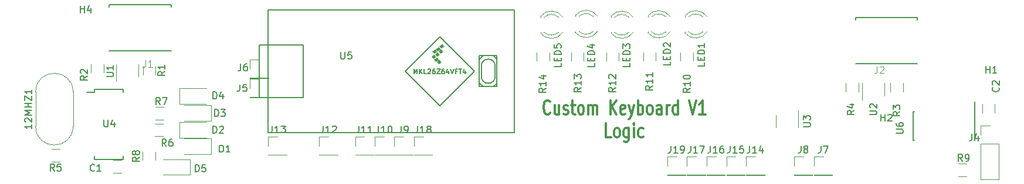
<source format=gto>
G04 #@! TF.GenerationSoftware,KiCad,Pcbnew,5.0.2+dfsg1-1*
G04 #@! TF.CreationDate,2021-01-13T15:08:11+01:00*
G04 #@! TF.ProjectId,ErgoDOX,4572676f-444f-4582-9e6b-696361645f70,rev?*
G04 #@! TF.SameCoordinates,Original*
G04 #@! TF.FileFunction,Legend,Top*
G04 #@! TF.FilePolarity,Positive*
%FSLAX46Y46*%
G04 Gerber Fmt 4.6, Leading zero omitted, Abs format (unit mm)*
G04 Created by KiCad (PCBNEW 5.0.2+dfsg1-1) date Wed 13 Jan 2021 03:08:11 PM CET*
%MOMM*%
%LPD*%
G01*
G04 APERTURE LIST*
%ADD10C,0.304800*%
%ADD11C,0.120000*%
%ADD12C,0.200000*%
%ADD13C,0.150000*%
%ADD14C,0.100000*%
%ADD15C,0.015000*%
G04 APERTURE END LIST*
D10*
X139576628Y-48985714D02*
X139504057Y-49082476D01*
X139286342Y-49179238D01*
X139141200Y-49179238D01*
X138923485Y-49082476D01*
X138778342Y-48888952D01*
X138705771Y-48695428D01*
X138633200Y-48308380D01*
X138633200Y-48018095D01*
X138705771Y-47631047D01*
X138778342Y-47437523D01*
X138923485Y-47244000D01*
X139141200Y-47147238D01*
X139286342Y-47147238D01*
X139504057Y-47244000D01*
X139576628Y-47340761D01*
X140882914Y-47824571D02*
X140882914Y-49179238D01*
X140229771Y-47824571D02*
X140229771Y-48888952D01*
X140302342Y-49082476D01*
X140447485Y-49179238D01*
X140665200Y-49179238D01*
X140810342Y-49082476D01*
X140882914Y-48985714D01*
X141536057Y-49082476D02*
X141681200Y-49179238D01*
X141971485Y-49179238D01*
X142116628Y-49082476D01*
X142189200Y-48888952D01*
X142189200Y-48792190D01*
X142116628Y-48598666D01*
X141971485Y-48501904D01*
X141753771Y-48501904D01*
X141608628Y-48405142D01*
X141536057Y-48211619D01*
X141536057Y-48114857D01*
X141608628Y-47921333D01*
X141753771Y-47824571D01*
X141971485Y-47824571D01*
X142116628Y-47921333D01*
X142624628Y-47824571D02*
X143205200Y-47824571D01*
X142842342Y-47147238D02*
X142842342Y-48888952D01*
X142914914Y-49082476D01*
X143060057Y-49179238D01*
X143205200Y-49179238D01*
X143930914Y-49179238D02*
X143785771Y-49082476D01*
X143713200Y-48985714D01*
X143640628Y-48792190D01*
X143640628Y-48211619D01*
X143713200Y-48018095D01*
X143785771Y-47921333D01*
X143930914Y-47824571D01*
X144148628Y-47824571D01*
X144293771Y-47921333D01*
X144366342Y-48018095D01*
X144438914Y-48211619D01*
X144438914Y-48792190D01*
X144366342Y-48985714D01*
X144293771Y-49082476D01*
X144148628Y-49179238D01*
X143930914Y-49179238D01*
X145092057Y-49179238D02*
X145092057Y-47824571D01*
X145092057Y-48018095D02*
X145164628Y-47921333D01*
X145309771Y-47824571D01*
X145527485Y-47824571D01*
X145672628Y-47921333D01*
X145745200Y-48114857D01*
X145745200Y-49179238D01*
X145745200Y-48114857D02*
X145817771Y-47921333D01*
X145962914Y-47824571D01*
X146180628Y-47824571D01*
X146325771Y-47921333D01*
X146398342Y-48114857D01*
X146398342Y-49179238D01*
X148285200Y-49179238D02*
X148285200Y-47147238D01*
X149156057Y-49179238D02*
X148502914Y-48018095D01*
X149156057Y-47147238D02*
X148285200Y-48308380D01*
X150389771Y-49082476D02*
X150244628Y-49179238D01*
X149954342Y-49179238D01*
X149809200Y-49082476D01*
X149736628Y-48888952D01*
X149736628Y-48114857D01*
X149809200Y-47921333D01*
X149954342Y-47824571D01*
X150244628Y-47824571D01*
X150389771Y-47921333D01*
X150462342Y-48114857D01*
X150462342Y-48308380D01*
X149736628Y-48501904D01*
X150970342Y-47824571D02*
X151333200Y-49179238D01*
X151696057Y-47824571D02*
X151333200Y-49179238D01*
X151188057Y-49663047D01*
X151115485Y-49759809D01*
X150970342Y-49856571D01*
X152276628Y-49179238D02*
X152276628Y-47147238D01*
X152276628Y-47921333D02*
X152421771Y-47824571D01*
X152712057Y-47824571D01*
X152857200Y-47921333D01*
X152929771Y-48018095D01*
X153002342Y-48211619D01*
X153002342Y-48792190D01*
X152929771Y-48985714D01*
X152857200Y-49082476D01*
X152712057Y-49179238D01*
X152421771Y-49179238D01*
X152276628Y-49082476D01*
X153873200Y-49179238D02*
X153728057Y-49082476D01*
X153655485Y-48985714D01*
X153582914Y-48792190D01*
X153582914Y-48211619D01*
X153655485Y-48018095D01*
X153728057Y-47921333D01*
X153873200Y-47824571D01*
X154090914Y-47824571D01*
X154236057Y-47921333D01*
X154308628Y-48018095D01*
X154381200Y-48211619D01*
X154381200Y-48792190D01*
X154308628Y-48985714D01*
X154236057Y-49082476D01*
X154090914Y-49179238D01*
X153873200Y-49179238D01*
X155687485Y-49179238D02*
X155687485Y-48114857D01*
X155614914Y-47921333D01*
X155469771Y-47824571D01*
X155179485Y-47824571D01*
X155034342Y-47921333D01*
X155687485Y-49082476D02*
X155542342Y-49179238D01*
X155179485Y-49179238D01*
X155034342Y-49082476D01*
X154961771Y-48888952D01*
X154961771Y-48695428D01*
X155034342Y-48501904D01*
X155179485Y-48405142D01*
X155542342Y-48405142D01*
X155687485Y-48308380D01*
X156413200Y-49179238D02*
X156413200Y-47824571D01*
X156413200Y-48211619D02*
X156485771Y-48018095D01*
X156558342Y-47921333D01*
X156703485Y-47824571D01*
X156848628Y-47824571D01*
X158009771Y-49179238D02*
X158009771Y-47147238D01*
X158009771Y-49082476D02*
X157864628Y-49179238D01*
X157574342Y-49179238D01*
X157429200Y-49082476D01*
X157356628Y-48985714D01*
X157284057Y-48792190D01*
X157284057Y-48211619D01*
X157356628Y-48018095D01*
X157429200Y-47921333D01*
X157574342Y-47824571D01*
X157864628Y-47824571D01*
X158009771Y-47921333D01*
X159678914Y-47147238D02*
X160186914Y-49179238D01*
X160694914Y-47147238D01*
X162001200Y-49179238D02*
X161130342Y-49179238D01*
X161565771Y-49179238D02*
X161565771Y-47147238D01*
X161420628Y-47437523D01*
X161275485Y-47631047D01*
X161130342Y-47727809D01*
X148394057Y-52532038D02*
X147668342Y-52532038D01*
X147668342Y-50500038D01*
X149119771Y-52532038D02*
X148974628Y-52435276D01*
X148902057Y-52338514D01*
X148829485Y-52144990D01*
X148829485Y-51564419D01*
X148902057Y-51370895D01*
X148974628Y-51274133D01*
X149119771Y-51177371D01*
X149337485Y-51177371D01*
X149482628Y-51274133D01*
X149555200Y-51370895D01*
X149627771Y-51564419D01*
X149627771Y-52144990D01*
X149555200Y-52338514D01*
X149482628Y-52435276D01*
X149337485Y-52532038D01*
X149119771Y-52532038D01*
X150934057Y-51177371D02*
X150934057Y-52822323D01*
X150861485Y-53015847D01*
X150788914Y-53112609D01*
X150643771Y-53209371D01*
X150426057Y-53209371D01*
X150280914Y-53112609D01*
X150934057Y-52435276D02*
X150788914Y-52532038D01*
X150498628Y-52532038D01*
X150353485Y-52435276D01*
X150280914Y-52338514D01*
X150208342Y-52144990D01*
X150208342Y-51564419D01*
X150280914Y-51370895D01*
X150353485Y-51274133D01*
X150498628Y-51177371D01*
X150788914Y-51177371D01*
X150934057Y-51274133D01*
X151659771Y-52532038D02*
X151659771Y-51177371D01*
X151659771Y-50500038D02*
X151587200Y-50596800D01*
X151659771Y-50693561D01*
X151732342Y-50596800D01*
X151659771Y-50500038D01*
X151659771Y-50693561D01*
X153038628Y-52435276D02*
X152893485Y-52532038D01*
X152603200Y-52532038D01*
X152458057Y-52435276D01*
X152385485Y-52338514D01*
X152312914Y-52144990D01*
X152312914Y-51564419D01*
X152385485Y-51370895D01*
X152458057Y-51274133D01*
X152603200Y-51177371D01*
X152893485Y-51177371D01*
X153038628Y-51274133D01*
D11*
G04 #@! TO.C,J7*
X177689200Y-57972000D02*
X180349200Y-57972000D01*
X177689200Y-57912000D02*
X177689200Y-57972000D01*
X180349200Y-57912000D02*
X180349200Y-57972000D01*
X177689200Y-57912000D02*
X180349200Y-57912000D01*
X177689200Y-56642000D02*
X177689200Y-55312000D01*
X177689200Y-55312000D02*
X179019200Y-55312000D01*
G04 #@! TO.C,J8*
X174793600Y-55312000D02*
X176123600Y-55312000D01*
X174793600Y-56642000D02*
X174793600Y-55312000D01*
X174793600Y-57912000D02*
X177453600Y-57912000D01*
X177453600Y-57912000D02*
X177453600Y-57972000D01*
X174793600Y-57912000D02*
X174793600Y-57972000D01*
X174793600Y-57972000D02*
X177453600Y-57972000D01*
G04 #@! TO.C,J9*
X117084800Y-55076400D02*
X119744800Y-55076400D01*
X117084800Y-55016400D02*
X117084800Y-55076400D01*
X119744800Y-55016400D02*
X119744800Y-55076400D01*
X117084800Y-55016400D02*
X119744800Y-55016400D01*
X117084800Y-53746400D02*
X117084800Y-52416400D01*
X117084800Y-52416400D02*
X118414800Y-52416400D01*
G04 #@! TO.C,J19*
X156505600Y-55312000D02*
X157835600Y-55312000D01*
X156505600Y-56642000D02*
X156505600Y-55312000D01*
X156505600Y-57912000D02*
X159165600Y-57912000D01*
X159165600Y-57912000D02*
X159165600Y-57972000D01*
X156505600Y-57912000D02*
X156505600Y-57972000D01*
X156505600Y-57972000D02*
X159165600Y-57972000D01*
G04 #@! TO.C,J11*
X111446000Y-55076400D02*
X114106000Y-55076400D01*
X111446000Y-55016400D02*
X111446000Y-55076400D01*
X114106000Y-55016400D02*
X114106000Y-55076400D01*
X111446000Y-55016400D02*
X114106000Y-55016400D01*
X111446000Y-53746400D02*
X111446000Y-52416400D01*
X111446000Y-52416400D02*
X112776000Y-52416400D01*
G04 #@! TO.C,J12*
X106264400Y-52416400D02*
X107594400Y-52416400D01*
X106264400Y-53746400D02*
X106264400Y-52416400D01*
X106264400Y-55016400D02*
X108924400Y-55016400D01*
X108924400Y-55016400D02*
X108924400Y-55076400D01*
X106264400Y-55016400D02*
X106264400Y-55076400D01*
X106264400Y-55076400D02*
X108924400Y-55076400D01*
G04 #@! TO.C,J13*
X98898400Y-55076400D02*
X101558400Y-55076400D01*
X98898400Y-55016400D02*
X98898400Y-55076400D01*
X101558400Y-55016400D02*
X101558400Y-55076400D01*
X98898400Y-55016400D02*
X101558400Y-55016400D01*
X98898400Y-53746400D02*
X98898400Y-52416400D01*
X98898400Y-52416400D02*
X100228400Y-52416400D01*
G04 #@! TO.C,J14*
X167884800Y-55312000D02*
X169214800Y-55312000D01*
X167884800Y-56642000D02*
X167884800Y-55312000D01*
X167884800Y-57912000D02*
X170544800Y-57912000D01*
X170544800Y-57912000D02*
X170544800Y-57972000D01*
X167884800Y-57912000D02*
X167884800Y-57972000D01*
X167884800Y-57972000D02*
X170544800Y-57972000D01*
G04 #@! TO.C,J15*
X165040000Y-57972000D02*
X167700000Y-57972000D01*
X165040000Y-57912000D02*
X165040000Y-57972000D01*
X167700000Y-57912000D02*
X167700000Y-57972000D01*
X165040000Y-57912000D02*
X167700000Y-57912000D01*
X165040000Y-56642000D02*
X165040000Y-55312000D01*
X165040000Y-55312000D02*
X166370000Y-55312000D01*
G04 #@! TO.C,J16*
X162195200Y-55312000D02*
X163525200Y-55312000D01*
X162195200Y-56642000D02*
X162195200Y-55312000D01*
X162195200Y-57912000D02*
X164855200Y-57912000D01*
X164855200Y-57912000D02*
X164855200Y-57972000D01*
X162195200Y-57912000D02*
X162195200Y-57972000D01*
X162195200Y-57972000D02*
X164855200Y-57972000D01*
G04 #@! TO.C,J17*
X159350400Y-57972000D02*
X162010400Y-57972000D01*
X159350400Y-57912000D02*
X159350400Y-57972000D01*
X162010400Y-57912000D02*
X162010400Y-57972000D01*
X159350400Y-57912000D02*
X162010400Y-57912000D01*
X159350400Y-56642000D02*
X159350400Y-55312000D01*
X159350400Y-55312000D02*
X160680400Y-55312000D01*
G04 #@! TO.C,J18*
X119929600Y-52416400D02*
X121259600Y-52416400D01*
X119929600Y-53746400D02*
X119929600Y-52416400D01*
X119929600Y-55016400D02*
X122589600Y-55016400D01*
X122589600Y-55016400D02*
X122589600Y-55076400D01*
X119929600Y-55016400D02*
X119929600Y-55076400D01*
X119929600Y-55076400D02*
X122589600Y-55076400D01*
G04 #@! TO.C,J10*
X114290800Y-55076400D02*
X116950800Y-55076400D01*
X114290800Y-55016400D02*
X114290800Y-55076400D01*
X116950800Y-55016400D02*
X116950800Y-55076400D01*
X114290800Y-55016400D02*
X116950800Y-55016400D01*
X114290800Y-53746400D02*
X114290800Y-52416400D01*
X114290800Y-52416400D02*
X115620800Y-52416400D01*
D12*
G04 #@! TO.C,J2*
X183662800Y-35161400D02*
X183662800Y-35511400D01*
X192612800Y-35161400D02*
X183662800Y-35161400D01*
X192612800Y-35511400D02*
X192612800Y-35161400D01*
X192612800Y-41821400D02*
X183662800Y-41821400D01*
D13*
G04 #@! TO.C,U5*
X129899500Y-45176000D02*
X129399500Y-44676000D01*
X129349500Y-45176000D02*
X129899500Y-45176000D01*
X131899500Y-44676000D02*
X131399500Y-45176000D01*
X129399500Y-41176000D02*
X129899500Y-40676000D01*
X131399500Y-40676000D02*
X129899500Y-40676000D01*
X131899500Y-41176000D02*
X131399500Y-40676000D01*
X131649500Y-43676000D02*
X131649500Y-42176000D01*
X129649500Y-42176000D02*
X129649500Y-43676000D01*
X123649500Y-47926000D02*
X128649500Y-42926000D01*
X118649500Y-42926000D02*
X123649500Y-47926000D01*
X123649500Y-37926000D02*
X118649500Y-42926000D01*
X128649500Y-42926000D02*
X123649500Y-37926000D01*
X98869500Y-46736000D02*
X97599500Y-46736000D01*
X97599500Y-46736000D02*
X97599500Y-39116000D01*
X97599500Y-39116000D02*
X98869500Y-39116000D01*
X103949500Y-46736000D02*
X103949500Y-39116000D01*
X103949500Y-39116000D02*
X98869500Y-39116000D01*
X103949500Y-46736000D02*
X98869500Y-46736000D01*
X131899500Y-40676000D02*
X131889500Y-45176000D01*
X131889500Y-45176000D02*
X129349500Y-45176000D01*
X129349500Y-45176000D02*
X129349500Y-40676000D01*
X129349500Y-40676000D02*
X131889500Y-40676000D01*
X98869500Y-34036000D02*
X134429500Y-34036000D01*
X134429500Y-34036000D02*
X134429500Y-51816000D01*
X134429500Y-51816000D02*
X98869500Y-51816000D01*
X98869500Y-51816000D02*
X98869500Y-34036000D01*
D14*
G36*
X122836500Y-40347000D02*
X122582500Y-40093000D01*
X122963500Y-39839000D01*
X123217500Y-40093000D01*
X122836500Y-40347000D01*
G37*
X122836500Y-40347000D02*
X122582500Y-40093000D01*
X122963500Y-39839000D01*
X123217500Y-40093000D01*
X122836500Y-40347000D01*
G36*
X123217500Y-40728000D02*
X122963500Y-40474000D01*
X123344500Y-40220000D01*
X123598500Y-40474000D01*
X123217500Y-40728000D01*
G37*
X123217500Y-40728000D02*
X122963500Y-40474000D01*
X123344500Y-40220000D01*
X123598500Y-40474000D01*
X123217500Y-40728000D01*
G36*
X123852500Y-39585000D02*
X123598500Y-39331000D01*
X123979500Y-39077000D01*
X124233500Y-39331000D01*
X123852500Y-39585000D01*
G37*
X123852500Y-39585000D02*
X123598500Y-39331000D01*
X123979500Y-39077000D01*
X124233500Y-39331000D01*
X123852500Y-39585000D01*
G36*
X123090500Y-41490000D02*
X122836500Y-41236000D01*
X123217500Y-40982000D01*
X123471500Y-41236000D01*
X123090500Y-41490000D01*
G37*
X123090500Y-41490000D02*
X122836500Y-41236000D01*
X123217500Y-40982000D01*
X123471500Y-41236000D01*
X123090500Y-41490000D01*
G36*
X123344500Y-39966000D02*
X123090500Y-39712000D01*
X123471500Y-39458000D01*
X123725500Y-39712000D01*
X123344500Y-39966000D01*
G37*
X123344500Y-39966000D02*
X123090500Y-39712000D01*
X123471500Y-39458000D01*
X123725500Y-39712000D01*
X123344500Y-39966000D01*
G36*
X123471500Y-41871000D02*
X123217500Y-41617000D01*
X123598500Y-41363000D01*
X123852500Y-41617000D01*
X123471500Y-41871000D01*
G37*
X123471500Y-41871000D02*
X123217500Y-41617000D01*
X123598500Y-41363000D01*
X123852500Y-41617000D01*
X123471500Y-41871000D01*
G36*
X122709500Y-41109000D02*
X122455500Y-40855000D01*
X122836500Y-40601000D01*
X123090500Y-40855000D01*
X122709500Y-41109000D01*
G37*
X122709500Y-41109000D02*
X122455500Y-40855000D01*
X122836500Y-40601000D01*
X123090500Y-40855000D01*
X122709500Y-41109000D01*
G36*
X123725500Y-40347000D02*
X123471500Y-40093000D01*
X123852500Y-39839000D01*
X124106500Y-40093000D01*
X123725500Y-40347000D01*
G37*
X123725500Y-40347000D02*
X123471500Y-40093000D01*
X123852500Y-39839000D01*
X124106500Y-40093000D01*
X123725500Y-40347000D01*
D13*
X129649500Y-42176000D02*
G75*
G02X131649500Y-42176000I1000000J0D01*
G01*
X131649500Y-43676000D02*
G75*
G02X129649500Y-43676000I-1000000J0D01*
G01*
D11*
G04 #@! TO.C,J5*
X96269500Y-44072500D02*
X97599500Y-44072500D01*
X96269500Y-45402500D02*
X96269500Y-44072500D01*
X96269500Y-46672500D02*
X98929500Y-46672500D01*
X98929500Y-46672500D02*
X98929500Y-46732500D01*
X96269500Y-46672500D02*
X96269500Y-46732500D01*
X96269500Y-46732500D02*
X98929500Y-46732500D01*
G04 #@! TO.C,J6*
X96269500Y-43938500D02*
X98929500Y-43938500D01*
X96269500Y-43878500D02*
X96269500Y-43938500D01*
X98929500Y-43878500D02*
X98929500Y-43938500D01*
X96269500Y-43878500D02*
X98929500Y-43878500D01*
X96269500Y-42608500D02*
X96269500Y-41278500D01*
X96269500Y-41278500D02*
X97599500Y-41278500D01*
G04 #@! TO.C,C1*
X77688064Y-55833600D02*
X76483936Y-55833600D01*
X77688064Y-57653600D02*
X76483936Y-57653600D01*
G04 #@! TO.C,C2*
X201985200Y-48912864D02*
X201985200Y-47708736D01*
X203805200Y-48912864D02*
X203805200Y-47708736D01*
G04 #@! TO.C,J4*
X201717600Y-58581600D02*
X204377600Y-58581600D01*
X201717600Y-53441600D02*
X201717600Y-58581600D01*
X204377600Y-53441600D02*
X204377600Y-58581600D01*
X201717600Y-53441600D02*
X204377600Y-53441600D01*
X201717600Y-52171600D02*
X201717600Y-50841600D01*
X201717600Y-50841600D02*
X203047600Y-50841600D01*
G04 #@! TO.C,12MHZ1*
X65312928Y-50925038D02*
X65312928Y-45925038D01*
X70712928Y-50925038D02*
X70712928Y-45925038D01*
X70712928Y-50925038D02*
G75*
G02X65312928Y-50925038I-2700000J0D01*
G01*
X70712928Y-45925038D02*
G75*
G03X65312928Y-45925038I-2700000J0D01*
G01*
G04 #@! TO.C,D1*
X86796428Y-54981038D02*
X90681428Y-54981038D01*
X90681428Y-54981038D02*
X90681428Y-52711038D01*
X90681428Y-52711038D02*
X86796428Y-52711038D01*
G04 #@! TO.C,D2*
X86111428Y-52568038D02*
X89996428Y-52568038D01*
X86111428Y-50298038D02*
X86111428Y-52568038D01*
X89996428Y-50298038D02*
X86111428Y-50298038D01*
G04 #@! TO.C,D3*
X86796428Y-50155038D02*
X90681428Y-50155038D01*
X90681428Y-50155038D02*
X90681428Y-47885038D01*
X90681428Y-47885038D02*
X86796428Y-47885038D01*
G04 #@! TO.C,D4*
X86111428Y-47678538D02*
X89996428Y-47678538D01*
X86111428Y-45408538D02*
X86111428Y-47678538D01*
X89996428Y-45408538D02*
X86111428Y-45408538D01*
G04 #@! TO.C,D5*
X83748428Y-57965538D02*
X87633428Y-57965538D01*
X87633428Y-57965538D02*
X87633428Y-55695538D01*
X87633428Y-55695538D02*
X83748428Y-55695538D01*
G04 #@! TO.C,LED4*
X146452335Y-34989392D02*
G75*
G03X143220000Y-34832484I-1672335J-1078608D01*
G01*
X146452335Y-37146608D02*
G75*
G02X143220000Y-37303516I-1672335J1078608D01*
G01*
X145821130Y-34988163D02*
G75*
G03X143739039Y-34988000I-1041130J-1079837D01*
G01*
X145821130Y-37147837D02*
G75*
G02X143739039Y-37148000I-1041130J1079837D01*
G01*
X143220000Y-34832000D02*
X143220000Y-34988000D01*
X143220000Y-37148000D02*
X143220000Y-37304000D01*
G04 #@! TO.C,LED1*
X159031500Y-37211500D02*
X159031500Y-37367500D01*
X159031500Y-34895500D02*
X159031500Y-35051500D01*
X161632630Y-37211337D02*
G75*
G02X159550539Y-37211500I-1041130J1079837D01*
G01*
X161632630Y-35051663D02*
G75*
G03X159550539Y-35051500I-1041130J-1079837D01*
G01*
X162263835Y-37210108D02*
G75*
G02X159031500Y-37367016I-1672335J1078608D01*
G01*
X162263835Y-35052892D02*
G75*
G03X159031500Y-34895984I-1672335J-1078608D01*
G01*
G04 #@! TO.C,LED3*
X151595835Y-35116392D02*
G75*
G03X148363500Y-34959484I-1672335J-1078608D01*
G01*
X151595835Y-37273608D02*
G75*
G02X148363500Y-37430516I-1672335J1078608D01*
G01*
X150964630Y-35115163D02*
G75*
G03X148882539Y-35115000I-1041130J-1079837D01*
G01*
X150964630Y-37274837D02*
G75*
G02X148882539Y-37275000I-1041130J1079837D01*
G01*
X148363500Y-34959000D02*
X148363500Y-35115000D01*
X148363500Y-37275000D02*
X148363500Y-37431000D01*
G04 #@! TO.C,LED5*
X138203500Y-37275000D02*
X138203500Y-37431000D01*
X138203500Y-34959000D02*
X138203500Y-35115000D01*
X140804630Y-37274837D02*
G75*
G02X138722539Y-37275000I-1041130J1079837D01*
G01*
X140804630Y-35115163D02*
G75*
G03X138722539Y-35115000I-1041130J-1079837D01*
G01*
X141435835Y-37273608D02*
G75*
G02X138203500Y-37430516I-1672335J1078608D01*
G01*
X141435835Y-35116392D02*
G75*
G03X138203500Y-34959484I-1672335J-1078608D01*
G01*
G04 #@! TO.C,LED2*
X156929835Y-35052892D02*
G75*
G03X153697500Y-34895984I-1672335J-1078608D01*
G01*
X156929835Y-37210108D02*
G75*
G02X153697500Y-37367016I-1672335J1078608D01*
G01*
X156298630Y-35051663D02*
G75*
G03X154216539Y-35051500I-1041130J-1079837D01*
G01*
X156298630Y-37211337D02*
G75*
G02X154216539Y-37211500I-1041130J1079837D01*
G01*
X153697500Y-34895500D02*
X153697500Y-35051500D01*
X153697500Y-37211500D02*
X153697500Y-37367500D01*
D13*
G04 #@! TO.C,U6*
X200926114Y-48753955D02*
X200901114Y-48753955D01*
X200926114Y-52903955D02*
X200811114Y-52903955D01*
X192026114Y-52903955D02*
X192141114Y-52903955D01*
X192026114Y-48753955D02*
X192141114Y-48753955D01*
X200926114Y-48753955D02*
X200926114Y-52903955D01*
X192026114Y-48753955D02*
X192026114Y-52903955D01*
X200901114Y-48753955D02*
X200901114Y-47378955D01*
G04 #@! TO.C,U4*
X73811928Y-45527538D02*
X73811928Y-46007538D01*
X77961928Y-45527538D02*
X77961928Y-46007538D01*
X77961928Y-55687538D02*
X77961928Y-55207538D01*
X73811928Y-55687538D02*
X73811928Y-55207538D01*
X73811928Y-45527538D02*
X77961928Y-45527538D01*
X73811928Y-55687538D02*
X77961928Y-55687538D01*
X73811928Y-46007538D02*
X72686928Y-46007538D01*
D11*
G04 #@! TO.C,U1*
X80146800Y-43711700D02*
X80146800Y-41911700D01*
X76926800Y-41911700D02*
X76926800Y-44361700D01*
G04 #@! TO.C,U2*
X184622800Y-44667600D02*
X184622800Y-47117600D01*
X187842800Y-46467600D02*
X187842800Y-44667600D01*
G04 #@! TO.C,U3*
X172176800Y-49290400D02*
X172176800Y-51090400D01*
X175396800Y-51090400D02*
X175396800Y-48640400D01*
G04 #@! TO.C,R6*
X83727992Y-50523038D02*
X82523864Y-50523038D01*
X83727992Y-52343038D02*
X82523864Y-52343038D01*
G04 #@! TO.C,R1*
X82621800Y-42209636D02*
X82621800Y-43413764D01*
X80801800Y-42209636D02*
X80801800Y-43413764D01*
G04 #@! TO.C,R8*
X82575428Y-55845102D02*
X82575428Y-54640974D01*
X80755428Y-55845102D02*
X80755428Y-54640974D01*
G04 #@! TO.C,R2*
X75128800Y-41892136D02*
X75128800Y-43096264D01*
X73308800Y-41892136D02*
X73308800Y-43096264D01*
G04 #@! TO.C,R3*
X188726400Y-44660736D02*
X188726400Y-45864864D01*
X190546400Y-44660736D02*
X190546400Y-45864864D01*
G04 #@! TO.C,R4*
X184094800Y-44660736D02*
X184094800Y-45864864D01*
X182274800Y-44660736D02*
X182274800Y-45864864D01*
G04 #@! TO.C,R5*
X68805492Y-54206038D02*
X67601364Y-54206038D01*
X68805492Y-56026038D02*
X67601364Y-56026038D01*
G04 #@! TO.C,R7*
X83791492Y-49930038D02*
X82587364Y-49930038D01*
X83791492Y-48110038D02*
X82587364Y-48110038D01*
G04 #@! TO.C,R9*
X199738064Y-56341600D02*
X198533936Y-56341600D01*
X199738064Y-58161600D02*
X198533936Y-58161600D01*
G04 #@! TO.C,R10*
X158411500Y-41432564D02*
X158411500Y-40228436D01*
X160231500Y-41432564D02*
X160231500Y-40228436D01*
G04 #@! TO.C,R11*
X154834000Y-41432564D02*
X154834000Y-40228436D01*
X153014000Y-41432564D02*
X153014000Y-40228436D01*
G04 #@! TO.C,R12*
X147680000Y-41432564D02*
X147680000Y-40228436D01*
X149500000Y-41432564D02*
X149500000Y-40228436D01*
G04 #@! TO.C,R14*
X139467000Y-41432564D02*
X139467000Y-40228436D01*
X137647000Y-41432564D02*
X137647000Y-40228436D01*
G04 #@! TO.C,R13*
X142600000Y-41432564D02*
X142600000Y-40228436D01*
X144420000Y-41432564D02*
X144420000Y-40228436D01*
D12*
G04 #@! TO.C,J1*
X84853300Y-39967200D02*
X75903300Y-39967200D01*
X84853300Y-33657200D02*
X84853300Y-33307200D01*
X84853300Y-33307200D02*
X75903300Y-33307200D01*
X75903300Y-33307200D02*
X75903300Y-33657200D01*
G04 #@! TO.C,J7*
D13*
X178685866Y-53764380D02*
X178685866Y-54478666D01*
X178638247Y-54621523D01*
X178543009Y-54716761D01*
X178400152Y-54764380D01*
X178304914Y-54764380D01*
X179066819Y-53764380D02*
X179733485Y-53764380D01*
X179304914Y-54764380D01*
G04 #@! TO.C,J8*
X175790266Y-53764380D02*
X175790266Y-54478666D01*
X175742647Y-54621523D01*
X175647409Y-54716761D01*
X175504552Y-54764380D01*
X175409314Y-54764380D01*
X176409314Y-54192952D02*
X176314076Y-54145333D01*
X176266457Y-54097714D01*
X176218838Y-54002476D01*
X176218838Y-53954857D01*
X176266457Y-53859619D01*
X176314076Y-53812000D01*
X176409314Y-53764380D01*
X176599790Y-53764380D01*
X176695028Y-53812000D01*
X176742647Y-53859619D01*
X176790266Y-53954857D01*
X176790266Y-54002476D01*
X176742647Y-54097714D01*
X176695028Y-54145333D01*
X176599790Y-54192952D01*
X176409314Y-54192952D01*
X176314076Y-54240571D01*
X176266457Y-54288190D01*
X176218838Y-54383428D01*
X176218838Y-54573904D01*
X176266457Y-54669142D01*
X176314076Y-54716761D01*
X176409314Y-54764380D01*
X176599790Y-54764380D01*
X176695028Y-54716761D01*
X176742647Y-54669142D01*
X176790266Y-54573904D01*
X176790266Y-54383428D01*
X176742647Y-54288190D01*
X176695028Y-54240571D01*
X176599790Y-54192952D01*
G04 #@! TO.C,J9*
X118081466Y-50868780D02*
X118081466Y-51583066D01*
X118033847Y-51725923D01*
X117938609Y-51821161D01*
X117795752Y-51868780D01*
X117700514Y-51868780D01*
X118605276Y-51868780D02*
X118795752Y-51868780D01*
X118890990Y-51821161D01*
X118938609Y-51773542D01*
X119033847Y-51630685D01*
X119081466Y-51440209D01*
X119081466Y-51059257D01*
X119033847Y-50964019D01*
X118986228Y-50916400D01*
X118890990Y-50868780D01*
X118700514Y-50868780D01*
X118605276Y-50916400D01*
X118557657Y-50964019D01*
X118510038Y-51059257D01*
X118510038Y-51297352D01*
X118557657Y-51392590D01*
X118605276Y-51440209D01*
X118700514Y-51487828D01*
X118890990Y-51487828D01*
X118986228Y-51440209D01*
X119033847Y-51392590D01*
X119081466Y-51297352D01*
G04 #@! TO.C,J19*
X157026076Y-53764380D02*
X157026076Y-54478666D01*
X156978457Y-54621523D01*
X156883219Y-54716761D01*
X156740361Y-54764380D01*
X156645123Y-54764380D01*
X158026076Y-54764380D02*
X157454647Y-54764380D01*
X157740361Y-54764380D02*
X157740361Y-53764380D01*
X157645123Y-53907238D01*
X157549885Y-54002476D01*
X157454647Y-54050095D01*
X158502266Y-54764380D02*
X158692742Y-54764380D01*
X158787980Y-54716761D01*
X158835600Y-54669142D01*
X158930838Y-54526285D01*
X158978457Y-54335809D01*
X158978457Y-53954857D01*
X158930838Y-53859619D01*
X158883219Y-53812000D01*
X158787980Y-53764380D01*
X158597504Y-53764380D01*
X158502266Y-53812000D01*
X158454647Y-53859619D01*
X158407028Y-53954857D01*
X158407028Y-54192952D01*
X158454647Y-54288190D01*
X158502266Y-54335809D01*
X158597504Y-54383428D01*
X158787980Y-54383428D01*
X158883219Y-54335809D01*
X158930838Y-54288190D01*
X158978457Y-54192952D01*
G04 #@! TO.C,J11*
X111966476Y-50868780D02*
X111966476Y-51583066D01*
X111918857Y-51725923D01*
X111823619Y-51821161D01*
X111680761Y-51868780D01*
X111585523Y-51868780D01*
X112966476Y-51868780D02*
X112395047Y-51868780D01*
X112680761Y-51868780D02*
X112680761Y-50868780D01*
X112585523Y-51011638D01*
X112490285Y-51106876D01*
X112395047Y-51154495D01*
X113918857Y-51868780D02*
X113347428Y-51868780D01*
X113633142Y-51868780D02*
X113633142Y-50868780D01*
X113537904Y-51011638D01*
X113442666Y-51106876D01*
X113347428Y-51154495D01*
G04 #@! TO.C,J12*
X106784876Y-50868780D02*
X106784876Y-51583066D01*
X106737257Y-51725923D01*
X106642019Y-51821161D01*
X106499161Y-51868780D01*
X106403923Y-51868780D01*
X107784876Y-51868780D02*
X107213447Y-51868780D01*
X107499161Y-51868780D02*
X107499161Y-50868780D01*
X107403923Y-51011638D01*
X107308685Y-51106876D01*
X107213447Y-51154495D01*
X108165828Y-50964019D02*
X108213447Y-50916400D01*
X108308685Y-50868780D01*
X108546780Y-50868780D01*
X108642019Y-50916400D01*
X108689638Y-50964019D01*
X108737257Y-51059257D01*
X108737257Y-51154495D01*
X108689638Y-51297352D01*
X108118209Y-51868780D01*
X108737257Y-51868780D01*
G04 #@! TO.C,J13*
X99418876Y-50868780D02*
X99418876Y-51583066D01*
X99371257Y-51725923D01*
X99276019Y-51821161D01*
X99133161Y-51868780D01*
X99037923Y-51868780D01*
X100418876Y-51868780D02*
X99847447Y-51868780D01*
X100133161Y-51868780D02*
X100133161Y-50868780D01*
X100037923Y-51011638D01*
X99942685Y-51106876D01*
X99847447Y-51154495D01*
X100752209Y-50868780D02*
X101371257Y-50868780D01*
X101037923Y-51249733D01*
X101180780Y-51249733D01*
X101276019Y-51297352D01*
X101323638Y-51344971D01*
X101371257Y-51440209D01*
X101371257Y-51678304D01*
X101323638Y-51773542D01*
X101276019Y-51821161D01*
X101180780Y-51868780D01*
X100895066Y-51868780D01*
X100799828Y-51821161D01*
X100752209Y-51773542D01*
G04 #@! TO.C,J14*
X168405276Y-53764380D02*
X168405276Y-54478666D01*
X168357657Y-54621523D01*
X168262419Y-54716761D01*
X168119561Y-54764380D01*
X168024323Y-54764380D01*
X169405276Y-54764380D02*
X168833847Y-54764380D01*
X169119561Y-54764380D02*
X169119561Y-53764380D01*
X169024323Y-53907238D01*
X168929085Y-54002476D01*
X168833847Y-54050095D01*
X170262419Y-54097714D02*
X170262419Y-54764380D01*
X170024323Y-53716761D02*
X169786228Y-54431047D01*
X170405276Y-54431047D01*
G04 #@! TO.C,J15*
X165560476Y-53764380D02*
X165560476Y-54478666D01*
X165512857Y-54621523D01*
X165417619Y-54716761D01*
X165274761Y-54764380D01*
X165179523Y-54764380D01*
X166560476Y-54764380D02*
X165989047Y-54764380D01*
X166274761Y-54764380D02*
X166274761Y-53764380D01*
X166179523Y-53907238D01*
X166084285Y-54002476D01*
X165989047Y-54050095D01*
X167465238Y-53764380D02*
X166989047Y-53764380D01*
X166941428Y-54240571D01*
X166989047Y-54192952D01*
X167084285Y-54145333D01*
X167322380Y-54145333D01*
X167417619Y-54192952D01*
X167465238Y-54240571D01*
X167512857Y-54335809D01*
X167512857Y-54573904D01*
X167465238Y-54669142D01*
X167417619Y-54716761D01*
X167322380Y-54764380D01*
X167084285Y-54764380D01*
X166989047Y-54716761D01*
X166941428Y-54669142D01*
G04 #@! TO.C,J16*
X162715676Y-53764380D02*
X162715676Y-54478666D01*
X162668057Y-54621523D01*
X162572819Y-54716761D01*
X162429961Y-54764380D01*
X162334723Y-54764380D01*
X163715676Y-54764380D02*
X163144247Y-54764380D01*
X163429961Y-54764380D02*
X163429961Y-53764380D01*
X163334723Y-53907238D01*
X163239485Y-54002476D01*
X163144247Y-54050095D01*
X164572819Y-53764380D02*
X164382342Y-53764380D01*
X164287104Y-53812000D01*
X164239485Y-53859619D01*
X164144247Y-54002476D01*
X164096628Y-54192952D01*
X164096628Y-54573904D01*
X164144247Y-54669142D01*
X164191866Y-54716761D01*
X164287104Y-54764380D01*
X164477580Y-54764380D01*
X164572819Y-54716761D01*
X164620438Y-54669142D01*
X164668057Y-54573904D01*
X164668057Y-54335809D01*
X164620438Y-54240571D01*
X164572819Y-54192952D01*
X164477580Y-54145333D01*
X164287104Y-54145333D01*
X164191866Y-54192952D01*
X164144247Y-54240571D01*
X164096628Y-54335809D01*
G04 #@! TO.C,J17*
X159870876Y-53764380D02*
X159870876Y-54478666D01*
X159823257Y-54621523D01*
X159728019Y-54716761D01*
X159585161Y-54764380D01*
X159489923Y-54764380D01*
X160870876Y-54764380D02*
X160299447Y-54764380D01*
X160585161Y-54764380D02*
X160585161Y-53764380D01*
X160489923Y-53907238D01*
X160394685Y-54002476D01*
X160299447Y-54050095D01*
X161204209Y-53764380D02*
X161870876Y-53764380D01*
X161442304Y-54764380D01*
G04 #@! TO.C,J18*
X120450076Y-50868780D02*
X120450076Y-51583066D01*
X120402457Y-51725923D01*
X120307219Y-51821161D01*
X120164361Y-51868780D01*
X120069123Y-51868780D01*
X121450076Y-51868780D02*
X120878647Y-51868780D01*
X121164361Y-51868780D02*
X121164361Y-50868780D01*
X121069123Y-51011638D01*
X120973885Y-51106876D01*
X120878647Y-51154495D01*
X122021504Y-51297352D02*
X121926266Y-51249733D01*
X121878647Y-51202114D01*
X121831028Y-51106876D01*
X121831028Y-51059257D01*
X121878647Y-50964019D01*
X121926266Y-50916400D01*
X122021504Y-50868780D01*
X122211980Y-50868780D01*
X122307219Y-50916400D01*
X122354838Y-50964019D01*
X122402457Y-51059257D01*
X122402457Y-51106876D01*
X122354838Y-51202114D01*
X122307219Y-51249733D01*
X122211980Y-51297352D01*
X122021504Y-51297352D01*
X121926266Y-51344971D01*
X121878647Y-51392590D01*
X121831028Y-51487828D01*
X121831028Y-51678304D01*
X121878647Y-51773542D01*
X121926266Y-51821161D01*
X122021504Y-51868780D01*
X122211980Y-51868780D01*
X122307219Y-51821161D01*
X122354838Y-51773542D01*
X122402457Y-51678304D01*
X122402457Y-51487828D01*
X122354838Y-51392590D01*
X122307219Y-51344971D01*
X122211980Y-51297352D01*
G04 #@! TO.C,J10*
X114811276Y-50868780D02*
X114811276Y-51583066D01*
X114763657Y-51725923D01*
X114668419Y-51821161D01*
X114525561Y-51868780D01*
X114430323Y-51868780D01*
X115811276Y-51868780D02*
X115239847Y-51868780D01*
X115525561Y-51868780D02*
X115525561Y-50868780D01*
X115430323Y-51011638D01*
X115335085Y-51106876D01*
X115239847Y-51154495D01*
X116430323Y-50868780D02*
X116525561Y-50868780D01*
X116620800Y-50916400D01*
X116668419Y-50964019D01*
X116716038Y-51059257D01*
X116763657Y-51249733D01*
X116763657Y-51487828D01*
X116716038Y-51678304D01*
X116668419Y-51773542D01*
X116620800Y-51821161D01*
X116525561Y-51868780D01*
X116430323Y-51868780D01*
X116335085Y-51821161D01*
X116287466Y-51773542D01*
X116239847Y-51678304D01*
X116192228Y-51487828D01*
X116192228Y-51249733D01*
X116239847Y-51059257D01*
X116287466Y-50964019D01*
X116335085Y-50916400D01*
X116430323Y-50868780D01*
G04 #@! TO.C,J2*
D15*
X186763016Y-42225898D02*
X186763016Y-42940291D01*
X186715390Y-43083170D01*
X186620138Y-43178422D01*
X186477259Y-43226048D01*
X186382007Y-43226048D01*
X187191652Y-42321151D02*
X187239278Y-42273525D01*
X187334530Y-42225898D01*
X187572661Y-42225898D01*
X187667914Y-42273525D01*
X187715540Y-42321151D01*
X187763166Y-42416403D01*
X187763166Y-42511655D01*
X187715540Y-42654534D01*
X187144026Y-43226048D01*
X187763166Y-43226048D01*
G04 #@! TO.C,U5*
D13*
X109372495Y-40143180D02*
X109372495Y-40952704D01*
X109420114Y-41047942D01*
X109467733Y-41095561D01*
X109562971Y-41143180D01*
X109753447Y-41143180D01*
X109848685Y-41095561D01*
X109896304Y-41047942D01*
X109943923Y-40952704D01*
X109943923Y-40143180D01*
X110896304Y-40143180D02*
X110420114Y-40143180D01*
X110372495Y-40619371D01*
X110420114Y-40571752D01*
X110515352Y-40524133D01*
X110753447Y-40524133D01*
X110848685Y-40571752D01*
X110896304Y-40619371D01*
X110943923Y-40714609D01*
X110943923Y-40952704D01*
X110896304Y-41047942D01*
X110848685Y-41095561D01*
X110753447Y-41143180D01*
X110515352Y-41143180D01*
X110420114Y-41095561D01*
X110372495Y-41047942D01*
X119916166Y-43302666D02*
X119916166Y-42602666D01*
X120149500Y-43102666D01*
X120382833Y-42602666D01*
X120382833Y-43302666D01*
X120716166Y-43302666D02*
X120716166Y-42602666D01*
X121116166Y-43302666D02*
X120816166Y-42902666D01*
X121116166Y-42602666D02*
X120716166Y-43002666D01*
X121749500Y-43302666D02*
X121416166Y-43302666D01*
X121416166Y-42602666D01*
X121949500Y-42669333D02*
X121982833Y-42636000D01*
X122049500Y-42602666D01*
X122216166Y-42602666D01*
X122282833Y-42636000D01*
X122316166Y-42669333D01*
X122349500Y-42736000D01*
X122349500Y-42802666D01*
X122316166Y-42902666D01*
X121916166Y-43302666D01*
X122349500Y-43302666D01*
X122949500Y-42602666D02*
X122816166Y-42602666D01*
X122749500Y-42636000D01*
X122716166Y-42669333D01*
X122649500Y-42769333D01*
X122616166Y-42902666D01*
X122616166Y-43169333D01*
X122649500Y-43236000D01*
X122682833Y-43269333D01*
X122749500Y-43302666D01*
X122882833Y-43302666D01*
X122949500Y-43269333D01*
X122982833Y-43236000D01*
X123016166Y-43169333D01*
X123016166Y-43002666D01*
X122982833Y-42936000D01*
X122949500Y-42902666D01*
X122882833Y-42869333D01*
X122749500Y-42869333D01*
X122682833Y-42902666D01*
X122649500Y-42936000D01*
X122616166Y-43002666D01*
X123249500Y-42602666D02*
X123716166Y-42602666D01*
X123249500Y-43302666D01*
X123716166Y-43302666D01*
X124282833Y-42602666D02*
X124149500Y-42602666D01*
X124082833Y-42636000D01*
X124049500Y-42669333D01*
X123982833Y-42769333D01*
X123949500Y-42902666D01*
X123949500Y-43169333D01*
X123982833Y-43236000D01*
X124016166Y-43269333D01*
X124082833Y-43302666D01*
X124216166Y-43302666D01*
X124282833Y-43269333D01*
X124316166Y-43236000D01*
X124349500Y-43169333D01*
X124349500Y-43002666D01*
X124316166Y-42936000D01*
X124282833Y-42902666D01*
X124216166Y-42869333D01*
X124082833Y-42869333D01*
X124016166Y-42902666D01*
X123982833Y-42936000D01*
X123949500Y-43002666D01*
X124949500Y-42836000D02*
X124949500Y-43302666D01*
X124782833Y-42569333D02*
X124616166Y-43069333D01*
X125049500Y-43069333D01*
X125216166Y-42602666D02*
X125449500Y-43302666D01*
X125682833Y-42602666D01*
X126149500Y-42936000D02*
X125916166Y-42936000D01*
X125916166Y-43302666D02*
X125916166Y-42602666D01*
X126249500Y-42602666D01*
X126416166Y-42602666D02*
X126816166Y-42602666D01*
X126616166Y-43302666D02*
X126616166Y-42602666D01*
X127349500Y-42836000D02*
X127349500Y-43302666D01*
X127182833Y-42569333D02*
X127016166Y-43069333D01*
X127449500Y-43069333D01*
G04 #@! TO.C,J5*
X94789666Y-44854880D02*
X94789666Y-45569166D01*
X94742047Y-45712023D01*
X94646809Y-45807261D01*
X94503952Y-45854880D01*
X94408714Y-45854880D01*
X95742047Y-44854880D02*
X95265857Y-44854880D01*
X95218238Y-45331071D01*
X95265857Y-45283452D01*
X95361095Y-45235833D01*
X95599190Y-45235833D01*
X95694428Y-45283452D01*
X95742047Y-45331071D01*
X95789666Y-45426309D01*
X95789666Y-45664404D01*
X95742047Y-45759642D01*
X95694428Y-45807261D01*
X95599190Y-45854880D01*
X95361095Y-45854880D01*
X95265857Y-45807261D01*
X95218238Y-45759642D01*
G04 #@! TO.C,J6*
X94916666Y-41870380D02*
X94916666Y-42584666D01*
X94869047Y-42727523D01*
X94773809Y-42822761D01*
X94630952Y-42870380D01*
X94535714Y-42870380D01*
X95821428Y-41870380D02*
X95630952Y-41870380D01*
X95535714Y-41918000D01*
X95488095Y-41965619D01*
X95392857Y-42108476D01*
X95345238Y-42298952D01*
X95345238Y-42679904D01*
X95392857Y-42775142D01*
X95440476Y-42822761D01*
X95535714Y-42870380D01*
X95726190Y-42870380D01*
X95821428Y-42822761D01*
X95869047Y-42775142D01*
X95916666Y-42679904D01*
X95916666Y-42441809D01*
X95869047Y-42346571D01*
X95821428Y-42298952D01*
X95726190Y-42251333D01*
X95535714Y-42251333D01*
X95440476Y-42298952D01*
X95392857Y-42346571D01*
X95345238Y-42441809D01*
G04 #@! TO.C,C1*
X73798133Y-57303942D02*
X73750514Y-57351561D01*
X73607657Y-57399180D01*
X73512419Y-57399180D01*
X73369561Y-57351561D01*
X73274323Y-57256323D01*
X73226704Y-57161085D01*
X73179085Y-56970609D01*
X73179085Y-56827752D01*
X73226704Y-56637276D01*
X73274323Y-56542038D01*
X73369561Y-56446800D01*
X73512419Y-56399180D01*
X73607657Y-56399180D01*
X73750514Y-56446800D01*
X73798133Y-56494419D01*
X74750514Y-57399180D02*
X74179085Y-57399180D01*
X74464800Y-57399180D02*
X74464800Y-56399180D01*
X74369561Y-56542038D01*
X74274323Y-56637276D01*
X74179085Y-56684895D01*
G04 #@! TO.C,C2*
X204319142Y-45277066D02*
X204366761Y-45324685D01*
X204414380Y-45467542D01*
X204414380Y-45562780D01*
X204366761Y-45705638D01*
X204271523Y-45800876D01*
X204176285Y-45848495D01*
X203985809Y-45896114D01*
X203842952Y-45896114D01*
X203652476Y-45848495D01*
X203557238Y-45800876D01*
X203462000Y-45705638D01*
X203414380Y-45562780D01*
X203414380Y-45467542D01*
X203462000Y-45324685D01*
X203509619Y-45277066D01*
X203509619Y-44896114D02*
X203462000Y-44848495D01*
X203414380Y-44753257D01*
X203414380Y-44515161D01*
X203462000Y-44419923D01*
X203509619Y-44372304D01*
X203604857Y-44324685D01*
X203700095Y-44324685D01*
X203842952Y-44372304D01*
X204414380Y-44943733D01*
X204414380Y-44324685D01*
G04 #@! TO.C,J4*
X200484652Y-51988725D02*
X200484652Y-52703011D01*
X200437033Y-52845868D01*
X200341795Y-52941106D01*
X200198938Y-52988725D01*
X200103700Y-52988725D01*
X201389414Y-52322059D02*
X201389414Y-52988725D01*
X201151319Y-51941106D02*
X200913224Y-52655392D01*
X201532271Y-52655392D01*
G04 #@! TO.C,12MHZ1*
X64765308Y-50663133D02*
X64765308Y-51234561D01*
X64765308Y-50948847D02*
X63765308Y-50948847D01*
X63908166Y-51044085D01*
X64003404Y-51139323D01*
X64051023Y-51234561D01*
X63860547Y-50282180D02*
X63812928Y-50234561D01*
X63765308Y-50139323D01*
X63765308Y-49901228D01*
X63812928Y-49805990D01*
X63860547Y-49758371D01*
X63955785Y-49710752D01*
X64051023Y-49710752D01*
X64193880Y-49758371D01*
X64765308Y-50329799D01*
X64765308Y-49710752D01*
X64765308Y-49282180D02*
X63765308Y-49282180D01*
X64479594Y-48948847D01*
X63765308Y-48615514D01*
X64765308Y-48615514D01*
X64765308Y-48139323D02*
X63765308Y-48139323D01*
X64241499Y-48139323D02*
X64241499Y-47567895D01*
X64765308Y-47567895D02*
X63765308Y-47567895D01*
X63765308Y-47186942D02*
X63765308Y-46520276D01*
X64765308Y-47186942D01*
X64765308Y-46520276D01*
X64765308Y-45615514D02*
X64765308Y-46186942D01*
X64765308Y-45901228D02*
X63765308Y-45901228D01*
X63908166Y-45996466D01*
X64003404Y-46091704D01*
X64051023Y-46186942D01*
G04 #@! TO.C,D1*
X91870304Y-54655980D02*
X91870304Y-53655980D01*
X92108400Y-53655980D01*
X92251257Y-53703600D01*
X92346495Y-53798838D01*
X92394114Y-53894076D01*
X92441733Y-54084552D01*
X92441733Y-54227409D01*
X92394114Y-54417885D01*
X92346495Y-54513123D01*
X92251257Y-54608361D01*
X92108400Y-54655980D01*
X91870304Y-54655980D01*
X93394114Y-54655980D02*
X92822685Y-54655980D01*
X93108400Y-54655980D02*
X93108400Y-53655980D01*
X93013161Y-53798838D01*
X92917923Y-53894076D01*
X92822685Y-53941695D01*
G04 #@! TO.C,D2*
X90905104Y-51912780D02*
X90905104Y-50912780D01*
X91143200Y-50912780D01*
X91286057Y-50960400D01*
X91381295Y-51055638D01*
X91428914Y-51150876D01*
X91476533Y-51341352D01*
X91476533Y-51484209D01*
X91428914Y-51674685D01*
X91381295Y-51769923D01*
X91286057Y-51865161D01*
X91143200Y-51912780D01*
X90905104Y-51912780D01*
X91857485Y-51008019D02*
X91905104Y-50960400D01*
X92000342Y-50912780D01*
X92238438Y-50912780D01*
X92333676Y-50960400D01*
X92381295Y-51008019D01*
X92428914Y-51103257D01*
X92428914Y-51198495D01*
X92381295Y-51341352D01*
X91809866Y-51912780D01*
X92428914Y-51912780D01*
G04 #@! TO.C,D3*
X91159104Y-49474380D02*
X91159104Y-48474380D01*
X91397200Y-48474380D01*
X91540057Y-48522000D01*
X91635295Y-48617238D01*
X91682914Y-48712476D01*
X91730533Y-48902952D01*
X91730533Y-49045809D01*
X91682914Y-49236285D01*
X91635295Y-49331523D01*
X91540057Y-49426761D01*
X91397200Y-49474380D01*
X91159104Y-49474380D01*
X92063866Y-48474380D02*
X92682914Y-48474380D01*
X92349580Y-48855333D01*
X92492438Y-48855333D01*
X92587676Y-48902952D01*
X92635295Y-48950571D01*
X92682914Y-49045809D01*
X92682914Y-49283904D01*
X92635295Y-49379142D01*
X92587676Y-49426761D01*
X92492438Y-49474380D01*
X92206723Y-49474380D01*
X92111485Y-49426761D01*
X92063866Y-49379142D01*
G04 #@! TO.C,D4*
X90905104Y-46934380D02*
X90905104Y-45934380D01*
X91143200Y-45934380D01*
X91286057Y-45982000D01*
X91381295Y-46077238D01*
X91428914Y-46172476D01*
X91476533Y-46362952D01*
X91476533Y-46505809D01*
X91428914Y-46696285D01*
X91381295Y-46791523D01*
X91286057Y-46886761D01*
X91143200Y-46934380D01*
X90905104Y-46934380D01*
X92333676Y-46267714D02*
X92333676Y-46934380D01*
X92095580Y-45886761D02*
X91857485Y-46601047D01*
X92476533Y-46601047D01*
G04 #@! TO.C,D5*
X88365104Y-57500780D02*
X88365104Y-56500780D01*
X88603200Y-56500780D01*
X88746057Y-56548400D01*
X88841295Y-56643638D01*
X88888914Y-56738876D01*
X88936533Y-56929352D01*
X88936533Y-57072209D01*
X88888914Y-57262685D01*
X88841295Y-57357923D01*
X88746057Y-57453161D01*
X88603200Y-57500780D01*
X88365104Y-57500780D01*
X89841295Y-56500780D02*
X89365104Y-56500780D01*
X89317485Y-56976971D01*
X89365104Y-56929352D01*
X89460342Y-56881733D01*
X89698438Y-56881733D01*
X89793676Y-56929352D01*
X89841295Y-56976971D01*
X89888914Y-57072209D01*
X89888914Y-57310304D01*
X89841295Y-57405542D01*
X89793676Y-57453161D01*
X89698438Y-57500780D01*
X89460342Y-57500780D01*
X89365104Y-57453161D01*
X89317485Y-57405542D01*
G04 #@! TO.C,LED4*
X145994380Y-41759047D02*
X145994380Y-42235238D01*
X144994380Y-42235238D01*
X145470571Y-41425714D02*
X145470571Y-41092380D01*
X145994380Y-40949523D02*
X145994380Y-41425714D01*
X144994380Y-41425714D01*
X144994380Y-40949523D01*
X145994380Y-40520952D02*
X144994380Y-40520952D01*
X144994380Y-40282857D01*
X145042000Y-40140000D01*
X145137238Y-40044761D01*
X145232476Y-39997142D01*
X145422952Y-39949523D01*
X145565809Y-39949523D01*
X145756285Y-39997142D01*
X145851523Y-40044761D01*
X145946761Y-40140000D01*
X145994380Y-40282857D01*
X145994380Y-40520952D01*
X145327714Y-39092380D02*
X145994380Y-39092380D01*
X144946761Y-39330476D02*
X145661047Y-39568571D01*
X145661047Y-38949523D01*
G04 #@! TO.C,LED1*
X161894780Y-41657447D02*
X161894780Y-42133638D01*
X160894780Y-42133638D01*
X161370971Y-41324114D02*
X161370971Y-40990780D01*
X161894780Y-40847923D02*
X161894780Y-41324114D01*
X160894780Y-41324114D01*
X160894780Y-40847923D01*
X161894780Y-40419352D02*
X160894780Y-40419352D01*
X160894780Y-40181257D01*
X160942400Y-40038400D01*
X161037638Y-39943161D01*
X161132876Y-39895542D01*
X161323352Y-39847923D01*
X161466209Y-39847923D01*
X161656685Y-39895542D01*
X161751923Y-39943161D01*
X161847161Y-40038400D01*
X161894780Y-40181257D01*
X161894780Y-40419352D01*
X161894780Y-38895542D02*
X161894780Y-39466971D01*
X161894780Y-39181257D02*
X160894780Y-39181257D01*
X161037638Y-39276495D01*
X161132876Y-39371733D01*
X161180495Y-39466971D01*
G04 #@! TO.C,LED3*
X151125180Y-41759047D02*
X151125180Y-42235238D01*
X150125180Y-42235238D01*
X150601371Y-41425714D02*
X150601371Y-41092380D01*
X151125180Y-40949523D02*
X151125180Y-41425714D01*
X150125180Y-41425714D01*
X150125180Y-40949523D01*
X151125180Y-40520952D02*
X150125180Y-40520952D01*
X150125180Y-40282857D01*
X150172800Y-40140000D01*
X150268038Y-40044761D01*
X150363276Y-39997142D01*
X150553752Y-39949523D01*
X150696609Y-39949523D01*
X150887085Y-39997142D01*
X150982323Y-40044761D01*
X151077561Y-40140000D01*
X151125180Y-40282857D01*
X151125180Y-40520952D01*
X150125180Y-39616190D02*
X150125180Y-38997142D01*
X150506133Y-39330476D01*
X150506133Y-39187619D01*
X150553752Y-39092380D01*
X150601371Y-39044761D01*
X150696609Y-38997142D01*
X150934704Y-38997142D01*
X151029942Y-39044761D01*
X151077561Y-39092380D01*
X151125180Y-39187619D01*
X151125180Y-39473333D01*
X151077561Y-39568571D01*
X151029942Y-39616190D01*
G04 #@! TO.C,LED5*
X141168380Y-41759047D02*
X141168380Y-42235238D01*
X140168380Y-42235238D01*
X140644571Y-41425714D02*
X140644571Y-41092380D01*
X141168380Y-40949523D02*
X141168380Y-41425714D01*
X140168380Y-41425714D01*
X140168380Y-40949523D01*
X141168380Y-40520952D02*
X140168380Y-40520952D01*
X140168380Y-40282857D01*
X140216000Y-40140000D01*
X140311238Y-40044761D01*
X140406476Y-39997142D01*
X140596952Y-39949523D01*
X140739809Y-39949523D01*
X140930285Y-39997142D01*
X141025523Y-40044761D01*
X141120761Y-40140000D01*
X141168380Y-40282857D01*
X141168380Y-40520952D01*
X140168380Y-39044761D02*
X140168380Y-39520952D01*
X140644571Y-39568571D01*
X140596952Y-39520952D01*
X140549333Y-39425714D01*
X140549333Y-39187619D01*
X140596952Y-39092380D01*
X140644571Y-39044761D01*
X140739809Y-38997142D01*
X140977904Y-38997142D01*
X141073142Y-39044761D01*
X141120761Y-39092380D01*
X141168380Y-39187619D01*
X141168380Y-39425714D01*
X141120761Y-39520952D01*
X141073142Y-39568571D01*
G04 #@! TO.C,LED2*
X156967180Y-41555847D02*
X156967180Y-42032038D01*
X155967180Y-42032038D01*
X156443371Y-41222514D02*
X156443371Y-40889180D01*
X156967180Y-40746323D02*
X156967180Y-41222514D01*
X155967180Y-41222514D01*
X155967180Y-40746323D01*
X156967180Y-40317752D02*
X155967180Y-40317752D01*
X155967180Y-40079657D01*
X156014800Y-39936800D01*
X156110038Y-39841561D01*
X156205276Y-39793942D01*
X156395752Y-39746323D01*
X156538609Y-39746323D01*
X156729085Y-39793942D01*
X156824323Y-39841561D01*
X156919561Y-39936800D01*
X156967180Y-40079657D01*
X156967180Y-40317752D01*
X156062419Y-39365371D02*
X156014800Y-39317752D01*
X155967180Y-39222514D01*
X155967180Y-38984419D01*
X156014800Y-38889180D01*
X156062419Y-38841561D01*
X156157657Y-38793942D01*
X156252895Y-38793942D01*
X156395752Y-38841561D01*
X156967180Y-39412990D01*
X156967180Y-38793942D01*
G04 #@! TO.C,H4*
X71780495Y-34437580D02*
X71780495Y-33437580D01*
X71780495Y-33913771D02*
X72351923Y-33913771D01*
X72351923Y-34437580D02*
X72351923Y-33437580D01*
X73256685Y-33770914D02*
X73256685Y-34437580D01*
X73018590Y-33389961D02*
X72780495Y-34104247D01*
X73399542Y-34104247D01*
G04 #@! TO.C,H2*
X187350495Y-50168780D02*
X187350495Y-49168780D01*
X187350495Y-49644971D02*
X187921923Y-49644971D01*
X187921923Y-50168780D02*
X187921923Y-49168780D01*
X188350495Y-49264019D02*
X188398114Y-49216400D01*
X188493352Y-49168780D01*
X188731447Y-49168780D01*
X188826685Y-49216400D01*
X188874304Y-49264019D01*
X188921923Y-49359257D01*
X188921923Y-49454495D01*
X188874304Y-49597352D01*
X188302876Y-50168780D01*
X188921923Y-50168780D01*
G04 #@! TO.C,H1*
X202488895Y-43175180D02*
X202488895Y-42175180D01*
X202488895Y-42651371D02*
X203060323Y-42651371D01*
X203060323Y-43175180D02*
X203060323Y-42175180D01*
X204060323Y-43175180D02*
X203488895Y-43175180D01*
X203774609Y-43175180D02*
X203774609Y-42175180D01*
X203679371Y-42318038D01*
X203584133Y-42413276D01*
X203488895Y-42460895D01*
G04 #@! TO.C,U6*
X189545980Y-51917504D02*
X190355504Y-51917504D01*
X190450742Y-51869885D01*
X190498361Y-51822266D01*
X190545980Y-51727028D01*
X190545980Y-51536552D01*
X190498361Y-51441314D01*
X190450742Y-51393695D01*
X190355504Y-51346076D01*
X189545980Y-51346076D01*
X189545980Y-50441314D02*
X189545980Y-50631790D01*
X189593600Y-50727028D01*
X189641219Y-50774647D01*
X189784076Y-50869885D01*
X189974552Y-50917504D01*
X190355504Y-50917504D01*
X190450742Y-50869885D01*
X190498361Y-50822266D01*
X190545980Y-50727028D01*
X190545980Y-50536552D01*
X190498361Y-50441314D01*
X190450742Y-50393695D01*
X190355504Y-50346076D01*
X190117409Y-50346076D01*
X190022171Y-50393695D01*
X189974552Y-50441314D01*
X189926933Y-50536552D01*
X189926933Y-50727028D01*
X189974552Y-50822266D01*
X190022171Y-50869885D01*
X190117409Y-50917504D01*
G04 #@! TO.C,U4*
X75188523Y-49996418D02*
X75188523Y-50805942D01*
X75236142Y-50901180D01*
X75283761Y-50948799D01*
X75378999Y-50996418D01*
X75569475Y-50996418D01*
X75664713Y-50948799D01*
X75712332Y-50901180D01*
X75759951Y-50805942D01*
X75759951Y-49996418D01*
X76664713Y-50329752D02*
X76664713Y-50996418D01*
X76426618Y-49948799D02*
X76188523Y-50663085D01*
X76807570Y-50663085D01*
G04 #@! TO.C,U1*
X75550780Y-43687904D02*
X76360304Y-43687904D01*
X76455542Y-43640285D01*
X76503161Y-43592666D01*
X76550780Y-43497428D01*
X76550780Y-43306952D01*
X76503161Y-43211714D01*
X76455542Y-43164095D01*
X76360304Y-43116476D01*
X75550780Y-43116476D01*
X76550780Y-42116476D02*
X76550780Y-42687904D01*
X76550780Y-42402190D02*
X75550780Y-42402190D01*
X75693638Y-42497428D01*
X75788876Y-42592666D01*
X75836495Y-42687904D01*
G04 #@! TO.C,U2*
X185735980Y-49225104D02*
X186545504Y-49225104D01*
X186640742Y-49177485D01*
X186688361Y-49129866D01*
X186735980Y-49034628D01*
X186735980Y-48844152D01*
X186688361Y-48748914D01*
X186640742Y-48701295D01*
X186545504Y-48653676D01*
X185735980Y-48653676D01*
X185831219Y-48225104D02*
X185783600Y-48177485D01*
X185735980Y-48082247D01*
X185735980Y-47844152D01*
X185783600Y-47748914D01*
X185831219Y-47701295D01*
X185926457Y-47653676D01*
X186021695Y-47653676D01*
X186164552Y-47701295D01*
X186735980Y-48272723D01*
X186735980Y-47653676D01*
G04 #@! TO.C,U3*
X176139180Y-50952304D02*
X176948704Y-50952304D01*
X177043942Y-50904685D01*
X177091561Y-50857066D01*
X177139180Y-50761828D01*
X177139180Y-50571352D01*
X177091561Y-50476114D01*
X177043942Y-50428495D01*
X176948704Y-50380876D01*
X176139180Y-50380876D01*
X176139180Y-49999923D02*
X176139180Y-49380876D01*
X176520133Y-49714209D01*
X176520133Y-49571352D01*
X176567752Y-49476114D01*
X176615371Y-49428495D01*
X176710609Y-49380876D01*
X176948704Y-49380876D01*
X177043942Y-49428495D01*
X177091561Y-49476114D01*
X177139180Y-49571352D01*
X177139180Y-49857066D01*
X177091561Y-49952304D01*
X177043942Y-49999923D01*
G04 #@! TO.C,R6*
X84161333Y-53792380D02*
X83828000Y-53316190D01*
X83589904Y-53792380D02*
X83589904Y-52792380D01*
X83970857Y-52792380D01*
X84066095Y-52840000D01*
X84113714Y-52887619D01*
X84161333Y-52982857D01*
X84161333Y-53125714D01*
X84113714Y-53220952D01*
X84066095Y-53268571D01*
X83970857Y-53316190D01*
X83589904Y-53316190D01*
X85018476Y-52792380D02*
X84828000Y-52792380D01*
X84732761Y-52840000D01*
X84685142Y-52887619D01*
X84589904Y-53030476D01*
X84542285Y-53220952D01*
X84542285Y-53601904D01*
X84589904Y-53697142D01*
X84637523Y-53744761D01*
X84732761Y-53792380D01*
X84923238Y-53792380D01*
X85018476Y-53744761D01*
X85066095Y-53697142D01*
X85113714Y-53601904D01*
X85113714Y-53363809D01*
X85066095Y-53268571D01*
X85018476Y-53220952D01*
X84923238Y-53173333D01*
X84732761Y-53173333D01*
X84637523Y-53220952D01*
X84589904Y-53268571D01*
X84542285Y-53363809D01*
G04 #@! TO.C,R1*
X83984180Y-42978366D02*
X83507990Y-43311700D01*
X83984180Y-43549795D02*
X82984180Y-43549795D01*
X82984180Y-43168842D01*
X83031800Y-43073604D01*
X83079419Y-43025985D01*
X83174657Y-42978366D01*
X83317514Y-42978366D01*
X83412752Y-43025985D01*
X83460371Y-43073604D01*
X83507990Y-43168842D01*
X83507990Y-43549795D01*
X83984180Y-42025985D02*
X83984180Y-42597414D01*
X83984180Y-42311700D02*
X82984180Y-42311700D01*
X83127038Y-42406938D01*
X83222276Y-42502176D01*
X83269895Y-42597414D01*
G04 #@! TO.C,R8*
X80297808Y-55409704D02*
X79821618Y-55743038D01*
X80297808Y-55981133D02*
X79297808Y-55981133D01*
X79297808Y-55600180D01*
X79345428Y-55504942D01*
X79393047Y-55457323D01*
X79488285Y-55409704D01*
X79631142Y-55409704D01*
X79726380Y-55457323D01*
X79773999Y-55504942D01*
X79821618Y-55600180D01*
X79821618Y-55981133D01*
X79726380Y-54838276D02*
X79678761Y-54933514D01*
X79631142Y-54981133D01*
X79535904Y-55028752D01*
X79488285Y-55028752D01*
X79393047Y-54981133D01*
X79345428Y-54933514D01*
X79297808Y-54838276D01*
X79297808Y-54647799D01*
X79345428Y-54552561D01*
X79393047Y-54504942D01*
X79488285Y-54457323D01*
X79535904Y-54457323D01*
X79631142Y-54504942D01*
X79678761Y-54552561D01*
X79726380Y-54647799D01*
X79726380Y-54838276D01*
X79773999Y-54933514D01*
X79821618Y-54981133D01*
X79916856Y-55028752D01*
X80107332Y-55028752D01*
X80202570Y-54981133D01*
X80250189Y-54933514D01*
X80297808Y-54838276D01*
X80297808Y-54647799D01*
X80250189Y-54552561D01*
X80202570Y-54504942D01*
X80107332Y-54457323D01*
X79916856Y-54457323D01*
X79821618Y-54504942D01*
X79773999Y-54552561D01*
X79726380Y-54647799D01*
G04 #@! TO.C,R2*
X72791580Y-43600666D02*
X72315390Y-43934000D01*
X72791580Y-44172095D02*
X71791580Y-44172095D01*
X71791580Y-43791142D01*
X71839200Y-43695904D01*
X71886819Y-43648285D01*
X71982057Y-43600666D01*
X72124914Y-43600666D01*
X72220152Y-43648285D01*
X72267771Y-43695904D01*
X72315390Y-43791142D01*
X72315390Y-44172095D01*
X71886819Y-43219714D02*
X71839200Y-43172095D01*
X71791580Y-43076857D01*
X71791580Y-42838761D01*
X71839200Y-42743523D01*
X71886819Y-42695904D01*
X71982057Y-42648285D01*
X72077295Y-42648285D01*
X72220152Y-42695904D01*
X72791580Y-43267333D01*
X72791580Y-42648285D01*
G04 #@! TO.C,R3*
X190088780Y-48782266D02*
X189612590Y-49115600D01*
X190088780Y-49353695D02*
X189088780Y-49353695D01*
X189088780Y-48972742D01*
X189136400Y-48877504D01*
X189184019Y-48829885D01*
X189279257Y-48782266D01*
X189422114Y-48782266D01*
X189517352Y-48829885D01*
X189564971Y-48877504D01*
X189612590Y-48972742D01*
X189612590Y-49353695D01*
X189088780Y-48448933D02*
X189088780Y-47829885D01*
X189469733Y-48163219D01*
X189469733Y-48020361D01*
X189517352Y-47925123D01*
X189564971Y-47877504D01*
X189660209Y-47829885D01*
X189898304Y-47829885D01*
X189993542Y-47877504D01*
X190041161Y-47925123D01*
X190088780Y-48020361D01*
X190088780Y-48306076D01*
X190041161Y-48401314D01*
X189993542Y-48448933D01*
G04 #@! TO.C,R4*
X183484780Y-48629866D02*
X183008590Y-48963200D01*
X183484780Y-49201295D02*
X182484780Y-49201295D01*
X182484780Y-48820342D01*
X182532400Y-48725104D01*
X182580019Y-48677485D01*
X182675257Y-48629866D01*
X182818114Y-48629866D01*
X182913352Y-48677485D01*
X182960971Y-48725104D01*
X183008590Y-48820342D01*
X183008590Y-49201295D01*
X182818114Y-47772723D02*
X183484780Y-47772723D01*
X182437161Y-48010819D02*
X183151447Y-48248914D01*
X183151447Y-47629866D01*
G04 #@! TO.C,R5*
X68036761Y-57388418D02*
X67703428Y-56912228D01*
X67465332Y-57388418D02*
X67465332Y-56388418D01*
X67846285Y-56388418D01*
X67941523Y-56436038D01*
X67989142Y-56483657D01*
X68036761Y-56578895D01*
X68036761Y-56721752D01*
X67989142Y-56816990D01*
X67941523Y-56864609D01*
X67846285Y-56912228D01*
X67465332Y-56912228D01*
X68941523Y-56388418D02*
X68465332Y-56388418D01*
X68417713Y-56864609D01*
X68465332Y-56816990D01*
X68560570Y-56769371D01*
X68798666Y-56769371D01*
X68893904Y-56816990D01*
X68941523Y-56864609D01*
X68989142Y-56959847D01*
X68989142Y-57197942D01*
X68941523Y-57293180D01*
X68893904Y-57340799D01*
X68798666Y-57388418D01*
X68560570Y-57388418D01*
X68465332Y-57340799D01*
X68417713Y-57293180D01*
G04 #@! TO.C,R7*
X83297733Y-47747180D02*
X82964400Y-47270990D01*
X82726304Y-47747180D02*
X82726304Y-46747180D01*
X83107257Y-46747180D01*
X83202495Y-46794800D01*
X83250114Y-46842419D01*
X83297733Y-46937657D01*
X83297733Y-47080514D01*
X83250114Y-47175752D01*
X83202495Y-47223371D01*
X83107257Y-47270990D01*
X82726304Y-47270990D01*
X83631066Y-46747180D02*
X84297733Y-46747180D01*
X83869161Y-47747180D01*
G04 #@! TO.C,R9*
X199121733Y-55976780D02*
X198788400Y-55500590D01*
X198550304Y-55976780D02*
X198550304Y-54976780D01*
X198931257Y-54976780D01*
X199026495Y-55024400D01*
X199074114Y-55072019D01*
X199121733Y-55167257D01*
X199121733Y-55310114D01*
X199074114Y-55405352D01*
X199026495Y-55452971D01*
X198931257Y-55500590D01*
X198550304Y-55500590D01*
X199597923Y-55976780D02*
X199788400Y-55976780D01*
X199883638Y-55929161D01*
X199931257Y-55881542D01*
X200026495Y-55738685D01*
X200074114Y-55548209D01*
X200074114Y-55167257D01*
X200026495Y-55072019D01*
X199978876Y-55024400D01*
X199883638Y-54976780D01*
X199693161Y-54976780D01*
X199597923Y-55024400D01*
X199550304Y-55072019D01*
X199502685Y-55167257D01*
X199502685Y-55405352D01*
X199550304Y-55500590D01*
X199597923Y-55548209D01*
X199693161Y-55595828D01*
X199883638Y-55595828D01*
X199978876Y-55548209D01*
X200026495Y-55500590D01*
X200074114Y-55405352D01*
G04 #@! TO.C,R10*
X159811980Y-45397657D02*
X159335790Y-45730990D01*
X159811980Y-45969085D02*
X158811980Y-45969085D01*
X158811980Y-45588133D01*
X158859600Y-45492895D01*
X158907219Y-45445276D01*
X159002457Y-45397657D01*
X159145314Y-45397657D01*
X159240552Y-45445276D01*
X159288171Y-45492895D01*
X159335790Y-45588133D01*
X159335790Y-45969085D01*
X159811980Y-44445276D02*
X159811980Y-45016704D01*
X159811980Y-44730990D02*
X158811980Y-44730990D01*
X158954838Y-44826228D01*
X159050076Y-44921466D01*
X159097695Y-45016704D01*
X158811980Y-43826228D02*
X158811980Y-43730990D01*
X158859600Y-43635752D01*
X158907219Y-43588133D01*
X159002457Y-43540514D01*
X159192933Y-43492895D01*
X159431028Y-43492895D01*
X159621504Y-43540514D01*
X159716742Y-43588133D01*
X159764361Y-43635752D01*
X159811980Y-43730990D01*
X159811980Y-43826228D01*
X159764361Y-43921466D01*
X159716742Y-43969085D01*
X159621504Y-44016704D01*
X159431028Y-44064323D01*
X159192933Y-44064323D01*
X159002457Y-44016704D01*
X158907219Y-43969085D01*
X158859600Y-43921466D01*
X158811980Y-43826228D01*
G04 #@! TO.C,R11*
X154376380Y-45042057D02*
X153900190Y-45375390D01*
X154376380Y-45613485D02*
X153376380Y-45613485D01*
X153376380Y-45232533D01*
X153424000Y-45137295D01*
X153471619Y-45089676D01*
X153566857Y-45042057D01*
X153709714Y-45042057D01*
X153804952Y-45089676D01*
X153852571Y-45137295D01*
X153900190Y-45232533D01*
X153900190Y-45613485D01*
X154376380Y-44089676D02*
X154376380Y-44661104D01*
X154376380Y-44375390D02*
X153376380Y-44375390D01*
X153519238Y-44470628D01*
X153614476Y-44565866D01*
X153662095Y-44661104D01*
X154376380Y-43137295D02*
X154376380Y-43708723D01*
X154376380Y-43423009D02*
X153376380Y-43423009D01*
X153519238Y-43518247D01*
X153614476Y-43613485D01*
X153662095Y-43708723D01*
G04 #@! TO.C,R12*
X149042380Y-45296057D02*
X148566190Y-45629390D01*
X149042380Y-45867485D02*
X148042380Y-45867485D01*
X148042380Y-45486533D01*
X148090000Y-45391295D01*
X148137619Y-45343676D01*
X148232857Y-45296057D01*
X148375714Y-45296057D01*
X148470952Y-45343676D01*
X148518571Y-45391295D01*
X148566190Y-45486533D01*
X148566190Y-45867485D01*
X149042380Y-44343676D02*
X149042380Y-44915104D01*
X149042380Y-44629390D02*
X148042380Y-44629390D01*
X148185238Y-44724628D01*
X148280476Y-44819866D01*
X148328095Y-44915104D01*
X148137619Y-43962723D02*
X148090000Y-43915104D01*
X148042380Y-43819866D01*
X148042380Y-43581771D01*
X148090000Y-43486533D01*
X148137619Y-43438914D01*
X148232857Y-43391295D01*
X148328095Y-43391295D01*
X148470952Y-43438914D01*
X149042380Y-44010342D01*
X149042380Y-43391295D01*
G04 #@! TO.C,R14*
X138983980Y-45397657D02*
X138507790Y-45730990D01*
X138983980Y-45969085D02*
X137983980Y-45969085D01*
X137983980Y-45588133D01*
X138031600Y-45492895D01*
X138079219Y-45445276D01*
X138174457Y-45397657D01*
X138317314Y-45397657D01*
X138412552Y-45445276D01*
X138460171Y-45492895D01*
X138507790Y-45588133D01*
X138507790Y-45969085D01*
X138983980Y-44445276D02*
X138983980Y-45016704D01*
X138983980Y-44730990D02*
X137983980Y-44730990D01*
X138126838Y-44826228D01*
X138222076Y-44921466D01*
X138269695Y-45016704D01*
X138317314Y-43588133D02*
X138983980Y-43588133D01*
X137936361Y-43826228D02*
X138650647Y-44064323D01*
X138650647Y-43445276D01*
G04 #@! TO.C,R13*
X144063980Y-45296057D02*
X143587790Y-45629390D01*
X144063980Y-45867485D02*
X143063980Y-45867485D01*
X143063980Y-45486533D01*
X143111600Y-45391295D01*
X143159219Y-45343676D01*
X143254457Y-45296057D01*
X143397314Y-45296057D01*
X143492552Y-45343676D01*
X143540171Y-45391295D01*
X143587790Y-45486533D01*
X143587790Y-45867485D01*
X144063980Y-44343676D02*
X144063980Y-44915104D01*
X144063980Y-44629390D02*
X143063980Y-44629390D01*
X143206838Y-44724628D01*
X143302076Y-44819866D01*
X143349695Y-44915104D01*
X143063980Y-44010342D02*
X143063980Y-43391295D01*
X143444933Y-43724628D01*
X143444933Y-43581771D01*
X143492552Y-43486533D01*
X143540171Y-43438914D01*
X143635409Y-43391295D01*
X143873504Y-43391295D01*
X143968742Y-43438914D01*
X144016361Y-43486533D01*
X144063980Y-43581771D01*
X144063980Y-43867485D01*
X144016361Y-43962723D01*
X143968742Y-44010342D01*
G04 #@! TO.C,J1*
D15*
X81142341Y-41349913D02*
X81142341Y-42064306D01*
X81094715Y-42207185D01*
X80999463Y-42302437D01*
X80856584Y-42350063D01*
X80761332Y-42350063D01*
X82142491Y-42350063D02*
X81570977Y-42350063D01*
X81856734Y-42350063D02*
X81856734Y-41349913D01*
X81761482Y-41492792D01*
X81666229Y-41588044D01*
X81570977Y-41635670D01*
G04 #@! TD*
M02*

</source>
